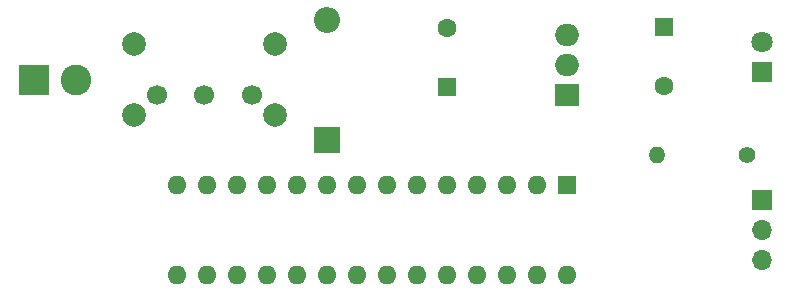
<source format=gbr>
%TF.GenerationSoftware,KiCad,Pcbnew,(5.1.9)-1*%
%TF.CreationDate,2021-05-12T14:49:38+07:00*%
%TF.ProjectId,finalProject,66696e61-6c50-4726-9f6a-6563742e6b69,rev?*%
%TF.SameCoordinates,Original*%
%TF.FileFunction,Soldermask,Bot*%
%TF.FilePolarity,Negative*%
%FSLAX46Y46*%
G04 Gerber Fmt 4.6, Leading zero omitted, Abs format (unit mm)*
G04 Created by KiCad (PCBNEW (5.1.9)-1) date 2021-05-12 14:49:38*
%MOMM*%
%LPD*%
G01*
G04 APERTURE LIST*
%ADD10O,1.700000X1.700000*%
%ADD11R,1.700000X1.700000*%
%ADD12O,2.000000X1.905000*%
%ADD13R,2.000000X1.905000*%
%ADD14O,1.600000X1.600000*%
%ADD15R,1.600000X1.600000*%
%ADD16C,1.700000*%
%ADD17C,2.000000*%
%ADD18O,1.400000X1.400000*%
%ADD19C,1.400000*%
%ADD20C,1.800000*%
%ADD21R,1.800000X1.800000*%
%ADD22O,2.200000X2.200000*%
%ADD23R,2.200000X2.200000*%
%ADD24C,1.600000*%
%ADD25C,2.600000*%
%ADD26R,2.600000X2.600000*%
G04 APERTURE END LIST*
D10*
%TO.C,J1*%
X173355000Y-95250000D03*
X173355000Y-92710000D03*
D11*
X173355000Y-90170000D03*
%TD*%
D12*
%TO.C,U2*%
X156845000Y-76200000D03*
X156845000Y-78740000D03*
D13*
X156845000Y-81280000D03*
%TD*%
D14*
%TO.C,U1*%
X156845000Y-96520000D03*
X123825000Y-88900000D03*
X154305000Y-96520000D03*
X126365000Y-88900000D03*
X151765000Y-96520000D03*
X128905000Y-88900000D03*
X149225000Y-96520000D03*
X131445000Y-88900000D03*
X146685000Y-96520000D03*
X133985000Y-88900000D03*
X144145000Y-96520000D03*
X136525000Y-88900000D03*
X141605000Y-96520000D03*
X139065000Y-88900000D03*
X139065000Y-96520000D03*
X141605000Y-88900000D03*
X136525000Y-96520000D03*
X144145000Y-88900000D03*
X133985000Y-96520000D03*
X146685000Y-88900000D03*
X131445000Y-96520000D03*
X149225000Y-88900000D03*
X128905000Y-96520000D03*
X151765000Y-88900000D03*
X126365000Y-96520000D03*
X154305000Y-88900000D03*
X123825000Y-96520000D03*
D15*
X156845000Y-88900000D03*
%TD*%
D16*
%TO.C,SW1*%
X122175000Y-81280000D03*
X126175000Y-81280000D03*
X130175000Y-81280000D03*
D17*
X132175000Y-77030000D03*
X120175000Y-77030000D03*
X120175000Y-83030000D03*
X132175000Y-83030000D03*
%TD*%
D18*
%TO.C,R1*%
X164465000Y-86360000D03*
D19*
X172085000Y-86360000D03*
%TD*%
D20*
%TO.C,D10*%
X173355000Y-76835000D03*
D21*
X173355000Y-79375000D03*
%TD*%
D22*
%TO.C,D9*%
X136525000Y-74930000D03*
D23*
X136525000Y-85090000D03*
%TD*%
D24*
%TO.C,C2*%
X165100000Y-80565000D03*
D15*
X165100000Y-75565000D03*
%TD*%
D24*
%TO.C,C1*%
X146685000Y-75645000D03*
D15*
X146685000Y-80645000D03*
%TD*%
D25*
%TO.C,BT1*%
X115260000Y-80010000D03*
D26*
X111760000Y-80010000D03*
%TD*%
M02*

</source>
